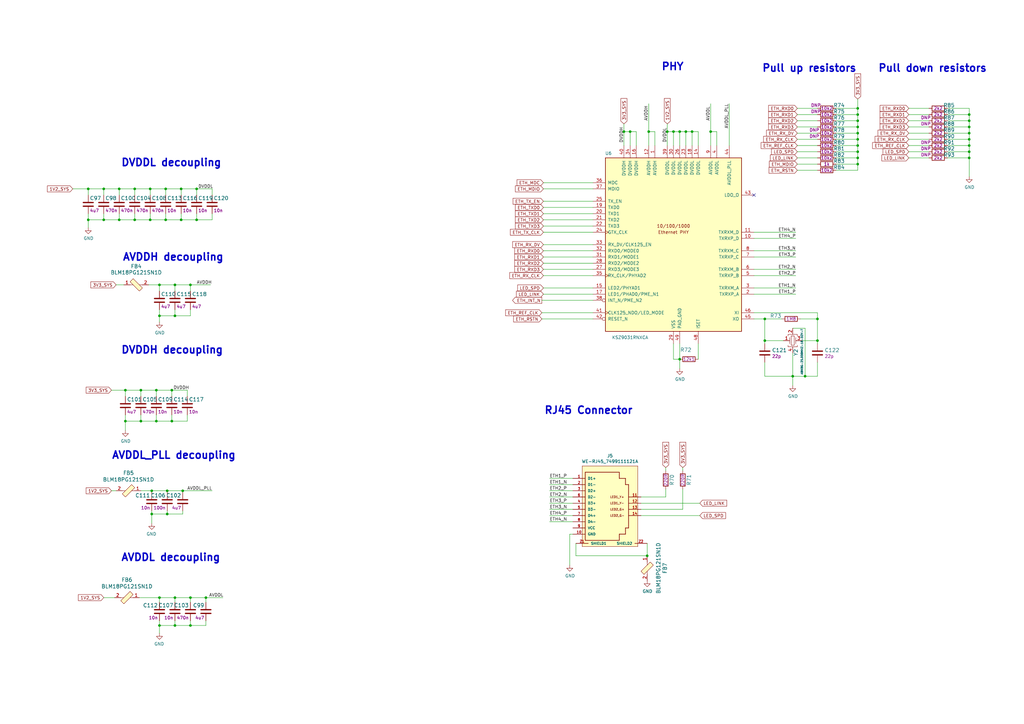
<source format=kicad_sch>
(kicad_sch (version 20230121) (generator eeschema)
  (paper "A3")
  (title_block (title "LPDDR4 Test Board") (date "2022-07-20") (rev "1.1.3"))
  (lib_symbols
    (symbol "lpddr4-test-board:ABM8G-25.000MHZ-18-D2Y-T" (pin_names (offset 1.016))
      (property "Reference" "Y" (at -1.905 3.175 0))
      (property "Value" "ABM8G-25.000MHZ-18-D2Y-T" (at 8.89 -3.81 0))
      (property "MPN" "ABM8G-25.000MHZ-18-D2Y-T" (at 12.065 -6.985 0))
      (property "Manufacturer" "Abracon" (at 7.62 -5.715 0))
      (symbol "ABM8G-25.000MHZ-18-D2Y-T_1_1"
        (pin output line (at -3.81 0 0) (length 2.54) (name "~") (number "1"))
        (pin power_in line (at 0 5.08 270) (length 2.54) (name "~") (number "2"))
        (pin output line (at 3.81 0 180) (length 2.54) (name "~") (number "3"))
        (pin power_in line (at 0 -5.08 90) (length 2.54) (name "~") (number "4"))
      )
    )
    (symbol "lpddr4-test-board:BLM18PG121SN1D" (pin_names (offset 1.016))
      (property "Reference" "FB" (at -3.81 3.81 0))
      (property "Value" "BLM18PG121SN1D" (at 0 -3.81 0))
      (symbol "BLM18PG121SN1D_1_1"
        (pin passive line (at -5.08 0 0) (length 2.54) (name "~") (number "1"))
        (pin passive line (at 5.08 0 180) (length 2.54) (name "~") (number "2"))
      )
    )
    (symbol "lpddr4-test-board:C_100n_0402_16V" (pin_names (offset 0))
      (property "Reference" "C" (at -1.397 3.429 0))
      (property "Val" "100n" (at 0 -2.54 0))
      (symbol "C_100n_0402_16V_1_1"
        (pin passive line (at 0 3.81 270) (length 2.794) (name "~") (number "1"))
        (pin passive line (at 0 -3.81 90) (length 2.794) (name "~") (number "2"))
      )
    )
    (symbol "lpddr4-test-board:C_10n_0402" (pin_names (offset 0))
      (property "Reference" "C" (at -1.397 3.429 0))
      (property "Val" "10n" (at 0 -2.54 0))
      (symbol "C_10n_0402_1_1"
        (pin passive line (at 0 3.81 270) (length 2.794) (name "~") (number "1"))
        (pin passive line (at 0 -3.81 90) (length 2.794) (name "~") (number "2"))
      )
    )
    (symbol "lpddr4-test-board:C_22p_0402" (pin_names (offset 0))
      (property "Reference" "C" (at -1.397 3.429 0))
      (property "Val" "22p" (at 0 -2.54 0))
      (symbol "C_22p_0402_1_1"
        (pin passive line (at 0 3.81 270) (length 2.794) (name "~") (number "1"))
        (pin passive line (at 0 -3.81 90) (length 2.794) (name "~") (number "2"))
      )
    )
    (symbol "lpddr4-test-board:C_470n_0402" (pin_names (offset 0))
      (property "Reference" "C" (at -1.397 3.429 0))
      (property "Val" "470n" (at 0 -2.54 0))
      (symbol "C_470n_0402_1_1"
        (pin passive line (at 0 3.81 270) (length 2.794) (name "~") (number "1"))
        (pin passive line (at 0 -3.81 90) (length 2.794) (name "~") (number "2"))
      )
    )
    (symbol "lpddr4-test-board:C_4u7_0402" (pin_names (offset 0))
      (property "Reference" "C" (at -1.397 3.429 0))
      (property "Val" "4u7" (at 0 -2.54 0))
      (symbol "C_4u7_0402_1_1"
        (pin passive line (at 0 3.81 270) (length 2.794) (name "~") (number "1"))
        (pin passive line (at 0 -3.81 90) (length 2.794) (name "~") (number "2"))
      )
    )
    (symbol "lpddr4-test-board:GND" (power) (pin_names (offset 0))
      (property "Value" "GND" (at 0 -3.81 0))
      (symbol "GND_1_1"
        (pin power_in line (at 0 0 270) (length 0) hide (name "GND") (number "1"))
      )
    )
    (symbol "lpddr4-test-board:KSZ9031RNXCA" (pin_names (offset 1.016))
      (property "Reference" "U" (at 0 1.27 0))
      (property "Value" "KSZ9031RNXCA" (at 0 -73.66 0))
      (symbol "KSZ9031RNXCA_1_1"
        (text "10/100/1000" (at 27.94 -27.94 0) (effects (font (size 1.27 1.27))))
        (text "Ethernet PHY" (at 27.94 -30.48 0) (effects (font (size 1.27 1.27))))
        (pin power_in line (at 20.32 5.08 270) (length 5.08) (name "AVDDH") (number "1"))
        (pin input line (at 60.96 -33.02 180) (length 5.08) (name "TXRXP_D") (number "10"))
        (pin input line (at 60.96 -30.48 180) (length 5.08) (name "TXRXM_D") (number "11"))
        (pin power_in line (at 17.78 5.08 270) (length 5.08) (name "AVDDH") (number "12"))
        (pin no_connect line (at 60.96 -22.86 180) (length 5.08) hide (name "NC") (number "13"))
        (pin power_in line (at 38.1 5.08 270) (length 5.08) (name "DVDDL") (number "14"))
        (pin bidirectional line (at -5.08 -53.34 0) (length 5.08) (name "LED2/PHYAD1") (number "15"))
        (pin power_in line (at 12.7 5.08 270) (length 5.08) (name "DVDDH") (number "16"))
        (pin bidirectional line (at -5.08 -55.88 0) (length 5.08) (name "LED1/PHAD0/PME_N1") (number "17"))
        (pin power_in line (at 35.56 5.08 270) (length 5.08) (name "DVDDL") (number "18"))
        (pin input line (at -5.08 -20.32 0) (length 5.08) (name "TXD0") (number "19"))
        (pin input line (at 60.96 -55.88 180) (length 5.08) (name "TXRXP_A") (number "2"))
        (pin input line (at -5.08 -22.86 0) (length 5.08) (name "TXD1") (number "20"))
        (pin input line (at -5.08 -25.4 0) (length 5.08) (name "TXD2") (number "21"))
        (pin input line (at -5.08 -27.94 0) (length 5.08) (name "TXD3") (number "22"))
        (pin power_in line (at 33.02 5.08 270) (length 5.08) (name "DVDDL") (number "23"))
        (pin input clock (at -5.08 -30.48 0) (length 5.08) (name "GTX_CLK") (number "24"))
        (pin input line (at -5.08 -17.78 0) (length 5.08) (name "TX_EN") (number "25"))
        (pin power_in line (at 30.48 5.08 270) (length 5.08) (name "DVDDL") (number "26"))
        (pin input line (at -5.08 -45.72 0) (length 5.08) (name "RXD3/MODE3") (number "27"))
        (pin input line (at -5.08 -43.18 0) (length 5.08) (name "RXD2/MODE2") (number "28"))
        (pin power_in line (at 27.94 -76.2 90) (length 5.08) (name "VSS") (number "29"))
        (pin input line (at 60.96 -53.34 180) (length 5.08) (name "TXRXM_A") (number "3"))
        (pin power_in line (at 27.94 5.08 270) (length 5.08) (name "DVDDL") (number "30"))
        (pin input line (at -5.08 -40.64 0) (length 5.08) (name "RXD1/MODE1") (number "31"))
        (pin input line (at -5.08 -38.1 0) (length 5.08) (name "RXD0/MODE0") (number "32"))
        (pin input line (at -5.08 -35.56 0) (length 5.08) (name "RX_DV/CLK125_EN") (number "33"))
        (pin power_in line (at 10.16 5.08 270) (length 5.08) (name "DVDDH") (number "34"))
        (pin input clock (at -5.08 -48.26 0) (length 5.08) (name "RX_CLK/PHYAD2") (number "35"))
        (pin input line (at -5.08 -10.16 0) (length 5.08) (name "MDC") (number "36"))
        (pin input line (at -5.08 -12.7 0) (length 5.08) (name "MDIO") (number "37"))
        (pin input inverted (at -5.08 -58.42 0) (length 5.08) (name "INT_N/PME_N2") (number "38"))
        (pin power_in line (at 25.4 5.08 270) (length 5.08) (name "DVDDL") (number "39"))
        (pin power_in line (at 45.72 5.08 270) (length 5.08) (name "AVDDL") (number "4"))
        (pin power_in line (at 7.62 5.08 270) (length 5.08) (name "DVDDH") (number "40"))
        (pin input clock (at -5.08 -63.5 0) (length 5.08) (name "CLK125_NDO/LED_MODE") (number "41"))
        (pin input inverted (at -5.08 -66.04 0) (length 5.08) (name "RESET_N") (number "42"))
        (pin input line (at 60.96 -15.24 180) (length 5.08) (name "LDO_O") (number "43"))
        (pin power_in line (at 50.8 5.08 270) (length 5.08) (name "AVDDL_PLL") (number "44"))
        (pin input line (at 60.96 -66.04 180) (length 5.08) (name "XO") (number "45"))
        (pin input line (at 60.96 -63.5 180) (length 5.08) (name "XI") (number "46"))
        (pin no_connect line (at 60.96 -25.4 180) (length 5.08) hide (name "NC") (number "47"))
        (pin output line (at 38.1 -76.2 90) (length 5.08) (name "ISET") (number "48"))
        (pin power_in line (at 30.48 -76.2 90) (length 5.08) (name "PAD_GND") (number "49"))
        (pin input line (at 60.96 -48.26 180) (length 5.08) (name "TXRXP_B") (number "5"))
        (pin input line (at 60.96 -45.72 180) (length 5.08) (name "TXRXM_B") (number "6"))
        (pin input line (at 60.96 -40.64 180) (length 5.08) (name "TXRXP_C") (number "7"))
        (pin input line (at 60.96 -38.1 180) (length 5.08) (name "TXRXM_C") (number "8"))
        (pin power_in line (at 43.18 5.08 270) (length 5.08) (name "AVDDL") (number "9"))
      )
    )
    (symbol "lpddr4-test-board:R_10k2_0402" (pin_names (offset 0))
      (property "Reference" "R" (at -1.397 3.429 0))
      (property "Val" "10k2" (at 0 -2.54 0))
      (symbol "R_10k2_0402_1_1"
        (pin passive line (at -3.81 0 0) (length 1.27) (name "~") (number "1"))
        (pin passive line (at 3.81 0 180) (length 1.27) (name "~") (number "2"))
      )
    )
    (symbol "lpddr4-test-board:R_12k1_0402" (pin_names (offset 0))
      (property "Reference" "R" (at -1.397 3.429 0))
      (property "Val" "12k1" (at 0 -2.54 0))
      (symbol "R_12k1_0402_1_1"
        (pin passive line (at -3.81 0 0) (length 1.27) (name "~") (number "1"))
        (pin passive line (at 3.81 0 180) (length 1.27) (name "~") (number "2"))
      )
    )
    (symbol "lpddr4-test-board:R_1M8_0402" (pin_names (offset 0))
      (property "Reference" "R" (at -1.397 3.429 0))
      (property "Val" "1M8" (at 0 -2.54 0))
      (symbol "R_1M8_0402_1_1"
        (pin passive line (at -3.81 0 0) (length 1.27) (name "~") (number "1"))
        (pin passive line (at 3.81 0 180) (length 1.27) (name "~") (number "2"))
      )
    )
    (symbol "lpddr4-test-board:R_1k_0402" (pin_names (offset 0))
      (property "Reference" "R" (at -1.397 3.429 0))
      (property "Val" "1k" (at 0 -2.54 0))
      (symbol "R_1k_0402_1_1"
        (pin passive line (at -3.81 0 0) (length 1.27) (name "~") (number "1"))
        (pin passive line (at 3.81 0 180) (length 1.27) (name "~") (number "2"))
      )
    )
    (symbol "lpddr4-test-board:R_220R_0402" (pin_names (offset 0))
      (property "Reference" "R" (at -1.397 3.429 0))
      (property "Val" "220R" (at 0 -2.54 0))
      (symbol "R_220R_0402_1_1"
        (pin passive line (at -3.81 0 0) (length 1.27) (name "~") (number "1"))
        (pin passive line (at 3.81 0 180) (length 1.27) (name "~") (number "2"))
      )
    )
    (symbol "lpddr4-test-board:R_2k2_0402" (pin_names (offset 0))
      (property "Reference" "R" (at -1.397 3.429 0))
      (property "Val" "2k2" (at 0 -2.54 0))
      (symbol "R_2k2_0402_1_1"
        (pin passive line (at -3.81 0 0) (length 1.27) (name "~") (number "1"))
        (pin passive line (at 3.81 0 180) (length 1.27) (name "~") (number "2"))
      )
    )
    (symbol "lpddr4-test-board:WE-RJ45_7499111121A" (pin_names (offset 1.016))
      (property "Reference" "J?" (at 0 17.78 0))
      (property "Value" "WE-RJ45_7499111121A" (at -7.62 -17.78 0))
      (symbol "WE-RJ45_7499111121A_0_0"
        (text "LED1_Y+" (at 2.54 5.08 0) (effects (font (size 0.8636 0.8636)) (justify left)))
        (text "LED1_Y-" (at 2.54 2.54 0) (effects (font (size 0.8636 0.8636)) (justify left)))
        (text "LED2_G+" (at 2.54 0 0) (effects (font (size 0.8636 0.8636)) (justify left)))
        (text "LED2_G-" (at 2.54 -2.54 0) (effects (font (size 0.8636 0.8636)) (justify left)))
        (pin passive line (at -12.7 12.7 0) (length 5.08) (name "D1+") (number "1"))
        (pin passive line (at -12.7 -10.16 0) (length 5.08) (name "GND") (number "10"))
        (pin passive line (at 15.24 5.08 180) (length 5.08) (name "~") (number "11"))
        (pin passive line (at 15.24 2.54 180) (length 5.08) (name "~") (number "12"))
        (pin passive line (at 15.24 0 180) (length 5.08) (name "~") (number "13"))
        (pin passive line (at 15.24 -2.54 180) (length 5.08) (name "~") (number "14"))
        (pin passive line (at -12.7 10.16 0) (length 5.08) (name "D1-") (number "2"))
        (pin passive line (at -12.7 7.62 0) (length 5.08) (name "D2+") (number "3"))
        (pin passive line (at -12.7 2.54 0) (length 5.08) (name "D3+") (number "4"))
        (pin passive line (at -12.7 0 0) (length 5.08) (name "D3-") (number "5"))
        (pin passive line (at -12.7 5.08 0) (length 5.08) (name "D2-") (number "6"))
        (pin passive line (at -12.7 -2.54 0) (length 5.08) (name "D4+") (number "7"))
        (pin passive line (at -12.7 -5.08 0) (length 5.08) (name "D4-") (number "8"))
        (pin passive line (at -12.7 -7.62 0) (length 5.08) (name "VCC") (number "9"))
        (pin passive line (at -11.43 -13.97 0) (length 5.08) (name "SHIELD1") (number "Z1"))
        (pin passive line (at 17.78 -13.97 180) (length 5.08) (name "SHIELD2") (number "Z2"))
      )
    )
  )
  (junction (at 397.51 62.23))
  (junction (at 313.69 139.7))
  (junction (at 397.51 64.77))
  (junction (at 325.12 154.305))
  (junction (at 65.405 116.84))
  (junction (at 278.765 147.32))
  (junction (at 351.79 52.07))
  (junction (at 42.545 90.17))
  (junction (at 278.765 53.975))
  (junction (at 65.405 245.11))
  (junction (at 62.23 201.295))
  (junction (at 281.305 53.975))
  (junction (at 335.28 139.7))
  (junction (at 351.79 67.31))
  (junction (at 74.295 77.47))
  (junction (at 80.645 90.17))
  (junction (at 36.195 90.17))
  (junction (at 42.545 77.47))
  (junction (at 258.445 53.975))
  (junction (at 265.43 227.965))
  (junction (at 283.845 53.975))
  (junction (at 351.79 46.99))
  (junction (at 48.895 90.17))
  (junction (at 266.065 53.975))
  (junction (at 71.755 129.54))
  (junction (at 78.105 245.11))
  (junction (at 62.23 210.82))
  (junction (at 64.135 172.72))
  (junction (at 67.945 77.47))
  (junction (at 70.485 160.02))
  (junction (at 65.405 256.54))
  (junction (at 397.51 52.07))
  (junction (at 61.595 77.47))
  (junction (at 65.405 129.54))
  (junction (at 36.195 77.47))
  (junction (at 57.785 160.02))
  (junction (at 351.79 44.45))
  (junction (at 397.51 49.53))
  (junction (at 276.225 53.975))
  (junction (at 57.785 172.72))
  (junction (at 80.645 77.47))
  (junction (at 84.455 245.11))
  (junction (at 273.685 53.975))
  (junction (at 51.435 172.72))
  (junction (at 68.58 210.82))
  (junction (at 68.58 201.295))
  (junction (at 351.79 62.23))
  (junction (at 397.51 59.69))
  (junction (at 335.28 130.81))
  (junction (at 48.895 77.47))
  (junction (at 55.245 90.17))
  (junction (at 64.135 160.02))
  (junction (at 71.755 256.54))
  (junction (at 55.245 77.47))
  (junction (at 330.2 154.305))
  (junction (at 255.905 53.975))
  (junction (at 61.595 90.17))
  (junction (at 313.69 130.81))
  (junction (at 74.295 90.17))
  (junction (at 397.51 46.99))
  (junction (at 70.485 172.72))
  (junction (at 351.79 59.69))
  (junction (at 351.79 64.77))
  (junction (at 351.79 54.61))
  (junction (at 397.51 54.61))
  (junction (at 397.51 57.15))
  (junction (at 71.755 116.84))
  (junction (at 351.79 49.53))
  (junction (at 71.755 245.11))
  (junction (at 74.93 201.295))
  (junction (at 78.105 256.54))
  (junction (at 78.105 116.84))
  (junction (at 351.79 57.15))
  (junction (at 291.465 53.975))
  (junction (at 51.435 160.02))
  (junction (at 67.945 90.17))
  (no_connect (at 309.245 80.01))
  (wire (pts (xy 258.445 59.69) (xy 258.445 53.975)))
  (wire (pts (xy 372.745 64.77) (xy 381 64.77)))
  (wire (pts (xy 388.62 62.23) (xy 397.51 62.23)))
  (wire (pts (xy 70.485 160.02) (xy 64.135 160.02)))
  (wire (pts (xy 381 57.15) (xy 372.745 57.15)))
  (wire (pts (xy 68.58 201.295) (xy 62.23 201.295)))
  (wire (pts (xy 222.885 92.71) (xy 243.205 92.71)))
  (wire (pts (xy 372.745 46.99) (xy 381 46.99)))
  (wire (pts (xy 388.62 59.69) (xy 397.51 59.69)))
  (wire (pts (xy 276.225 53.975) (xy 273.685 53.975)))
  (wire (pts (xy 276.225 59.69) (xy 276.225 53.975)))
  (wire (pts (xy 327.025 54.61) (xy 335.28 54.61)))
  (wire (pts (xy 78.105 116.84) (xy 78.105 119.38)))
  (wire (pts (xy 278.765 140.97) (xy 278.765 147.32)))
  (wire (pts (xy 62.23 201.93) (xy 62.23 201.295)))
  (wire (pts (xy 57.785 160.02) (xy 51.435 160.02)))
  (wire (pts (xy 62.23 209.55) (xy 62.23 210.82)))
  (wire (pts (xy 351.79 54.61) (xy 351.79 57.15)))
  (wire (pts (xy 291.465 59.69) (xy 291.465 53.975)))
  (wire (pts (xy 51.435 160.02) (xy 51.435 162.56)))
  (wire (pts (xy 222.885 105.41) (xy 243.205 105.41)))
  (wire (pts (xy 260.985 53.975) (xy 258.445 53.975)))
  (wire (pts (xy 351.79 44.45) (xy 351.79 46.99)))
  (wire (pts (xy 335.28 139.7) (xy 335.28 130.81)))
  (wire (pts (xy 286.385 53.975) (xy 283.845 53.975)))
  (wire (pts (xy 351.79 57.15) (xy 351.79 59.69)))
  (wire (pts (xy 222.885 100.33) (xy 243.205 100.33)))
  (wire (pts (xy 243.205 120.65) (xy 222.885 120.65)))
  (wire (pts (xy 57.785 172.72) (xy 51.435 172.72)))
  (wire (pts (xy 326.39 97.79) (xy 309.245 97.79)))
  (wire (pts (xy 265.43 227.965) (xy 236.22 227.965)))
  (wire (pts (xy 76.835 160.02) (xy 70.485 160.02)))
  (wire (pts (xy 243.205 77.47) (xy 222.885 77.47)))
  (wire (pts (xy 273.05 191.77) (xy 273.05 193.04)))
  (wire (pts (xy 222.885 118.11) (xy 243.205 118.11)))
  (wire (pts (xy 313.69 154.305) (xy 325.12 154.305)))
  (wire (pts (xy 50.8 116.84) (xy 47.625 116.84)))
  (wire (pts (xy 29.845 77.47) (xy 36.195 77.47)))
  (wire (pts (xy 351.79 52.07) (xy 351.79 54.61)))
  (wire (pts (xy 342.9 46.99) (xy 351.79 46.99)))
  (wire (pts (xy 57.785 170.18) (xy 57.785 172.72)))
  (wire (pts (xy 64.135 160.02) (xy 57.785 160.02)))
  (wire (pts (xy 74.93 201.295) (xy 68.58 201.295)))
  (wire (pts (xy 84.455 245.11) (xy 78.105 245.11)))
  (wire (pts (xy 55.245 77.47) (xy 55.245 80.01)))
  (wire (pts (xy 397.51 62.23) (xy 397.51 64.77)))
  (wire (pts (xy 327.025 52.07) (xy 335.28 52.07)))
  (wire (pts (xy 55.245 90.17) (xy 48.895 90.17)))
  (wire (pts (xy 61.595 77.47) (xy 61.595 80.01)))
  (wire (pts (xy 71.755 116.84) (xy 71.755 119.38)))
  (wire (pts (xy 74.295 87.63) (xy 74.295 90.17)))
  (wire (pts (xy 335.28 140.97) (xy 335.28 139.7)))
  (wire (pts (xy 335.28 67.31) (xy 327.025 67.31)))
  (wire (pts (xy 233.68 219.075) (xy 233.68 231.775)))
  (wire (pts (xy 70.485 170.18) (xy 70.485 172.72)))
  (wire (pts (xy 320.675 130.81) (xy 313.69 130.81)))
  (wire (pts (xy 335.28 57.15) (xy 327.025 57.15)))
  (wire (pts (xy 71.755 254.635) (xy 71.755 256.54)))
  (wire (pts (xy 388.62 57.15) (xy 397.51 57.15)))
  (wire (pts (xy 65.405 247.015) (xy 65.405 245.11)))
  (wire (pts (xy 335.28 44.45) (xy 327.025 44.45)))
  (wire (pts (xy 64.135 170.18) (xy 64.135 172.72)))
  (wire (pts (xy 258.445 53.975) (xy 255.905 53.975)))
  (wire (pts (xy 51.435 172.72) (xy 51.435 176.53)))
  (wire (pts (xy 325.12 144.78) (xy 325.12 154.305)))
  (wire (pts (xy 76.835 160.02) (xy 76.835 162.56)))
  (wire (pts (xy 67.945 90.17) (xy 61.595 90.17)))
  (wire (pts (xy 327.025 69.85) (xy 335.28 69.85)))
  (wire (pts (xy 76.835 170.18) (xy 76.835 172.72)))
  (wire (pts (xy 381 49.53) (xy 372.745 49.53)))
  (wire (pts (xy 326.39 110.49) (xy 309.245 110.49)))
  (wire (pts (xy 280.035 191.77) (xy 280.035 193.04)))
  (wire (pts (xy 71.755 116.84) (xy 65.405 116.84)))
  (wire (pts (xy 327.025 64.77) (xy 335.28 64.77)))
  (wire (pts (xy 234.95 213.995) (xy 225.425 213.995)))
  (wire (pts (xy 335.28 130.81) (xy 335.28 128.27)))
  (wire (pts (xy 234.95 201.295) (xy 225.425 201.295)))
  (wire (pts (xy 84.455 256.54) (xy 78.105 256.54)))
  (wire (pts (xy 388.62 49.53) (xy 397.51 49.53)))
  (wire (pts (xy 234.95 198.755) (xy 225.425 198.755)))
  (wire (pts (xy 326.39 113.03) (xy 309.245 113.03)))
  (wire (pts (xy 80.645 77.47) (xy 80.645 80.01)))
  (wire (pts (xy 342.9 59.69) (xy 351.79 59.69)))
  (wire (pts (xy 335.28 49.53) (xy 327.025 49.53)))
  (wire (pts (xy 234.95 211.455) (xy 225.425 211.455)))
  (wire (pts (xy 299.085 42.545) (xy 299.085 59.69)))
  (wire (pts (xy 62.23 210.82) (xy 62.23 214.63)))
  (wire (pts (xy 65.405 129.54) (xy 65.405 132.08)))
  (wire (pts (xy 342.9 64.77) (xy 351.79 64.77)))
  (wire (pts (xy 351.79 62.23) (xy 351.79 64.77)))
  (wire (pts (xy 47.625 201.295) (xy 45.72 201.295)))
  (wire (pts (xy 325.12 154.305) (xy 330.2 154.305)))
  (wire (pts (xy 71.755 256.54) (xy 65.405 256.54)))
  (wire (pts (xy 255.905 53.975) (xy 255.905 59.69)))
  (wire (pts (xy 342.9 54.61) (xy 351.79 54.61)))
  (wire (pts (xy 55.245 77.47) (xy 61.595 77.47)))
  (wire (pts (xy 335.28 62.23) (xy 327.025 62.23)))
  (wire (pts (xy 397.51 64.77) (xy 397.51 72.39)))
  (wire (pts (xy 342.9 44.45) (xy 351.79 44.45)))
  (wire (pts (xy 74.295 77.47) (xy 80.645 77.47)))
  (wire (pts (xy 74.93 210.82) (xy 68.58 210.82)))
  (wire (pts (xy 326.39 105.41) (xy 309.245 105.41)))
  (wire (pts (xy 243.205 113.03) (xy 222.885 113.03)))
  (wire (pts (xy 48.895 77.47) (xy 42.545 77.47)))
  (wire (pts (xy 372.745 59.69) (xy 381 59.69)))
  (wire (pts (xy 326.39 95.25) (xy 309.245 95.25)))
  (wire (pts (xy 67.945 77.47) (xy 67.945 80.01)))
  (wire (pts (xy 61.595 77.47) (xy 67.945 77.47)))
  (wire (pts (xy 243.205 102.87) (xy 222.885 102.87)))
  (wire (pts (xy 276.225 140.97) (xy 276.225 147.32)))
  (wire (pts (xy 65.405 116.84) (xy 60.96 116.84)))
  (wire (pts (xy 255.905 50.8) (xy 255.905 53.975)))
  (wire (pts (xy 78.105 127) (xy 78.105 129.54)))
  (wire (pts (xy 262.89 211.455) (xy 287.02 211.455)))
  (wire (pts (xy 326.39 120.65) (xy 309.245 120.65)))
  (wire (pts (xy 278.765 53.975) (xy 276.225 53.975)))
  (wire (pts (xy 372.745 52.07) (xy 381 52.07)))
  (wire (pts (xy 262.89 206.375) (xy 287.02 206.375)))
  (wire (pts (xy 351.79 64.77) (xy 351.79 67.31)))
  (wire (pts (xy 388.62 46.99) (xy 397.51 46.99)))
  (wire (pts (xy 71.755 245.11) (xy 65.405 245.11)))
  (wire (pts (xy 42.545 87.63) (xy 42.545 90.17)))
  (wire (pts (xy 351.79 59.69) (xy 351.79 62.23)))
  (wire (pts (xy 45.72 160.02) (xy 51.435 160.02)))
  (wire (pts (xy 65.405 116.84) (xy 65.405 119.38)))
  (wire (pts (xy 74.93 209.55) (xy 74.93 210.82)))
  (wire (pts (xy 342.9 49.53) (xy 351.79 49.53)))
  (wire (pts (xy 286.385 140.97) (xy 286.385 147.32)))
  (wire (pts (xy 266.065 59.69) (xy 266.065 53.975)))
  (wire (pts (xy 222.25 128.27) (xy 243.205 128.27)))
  (wire (pts (xy 243.205 95.25) (xy 222.885 95.25)))
  (wire (pts (xy 335.28 128.27) (xy 309.245 128.27)))
  (wire (pts (xy 268.605 59.69) (xy 268.605 53.975)))
  (wire (pts (xy 61.595 87.63) (xy 61.595 90.17)))
  (wire (pts (xy 36.195 77.47) (xy 36.195 80.01)))
  (wire (pts (xy 326.39 102.87) (xy 309.245 102.87)))
  (wire (pts (xy 84.455 247.015) (xy 84.455 245.11)))
  (wire (pts (xy 68.58 201.93) (xy 68.58 201.295)))
  (wire (pts (xy 234.95 206.375) (xy 225.425 206.375)))
  (wire (pts (xy 313.69 130.81) (xy 313.69 139.7)))
  (wire (pts (xy 283.845 59.69) (xy 283.845 53.975)))
  (wire (pts (xy 262.89 208.915) (xy 280.035 208.915)))
  (wire (pts (xy 78.105 254.635) (xy 78.105 256.54)))
  (wire (pts (xy 325.12 134.62) (xy 330.2 134.62)))
  (wire (pts (xy 84.455 256.54) (xy 84.455 254.635)))
  (wire (pts (xy 266.065 53.975) (xy 266.065 42.545)))
  (wire (pts (xy 71.755 129.54) (xy 78.105 129.54)))
  (wire (pts (xy 388.62 54.61) (xy 397.51 54.61)))
  (wire (pts (xy 328.295 130.81) (xy 335.28 130.81)))
  (wire (pts (xy 80.645 90.17) (xy 74.295 90.17)))
  (wire (pts (xy 222.885 74.93) (xy 243.205 74.93)))
  (wire (pts (xy 381 44.45) (xy 372.745 44.45)))
  (wire (pts (xy 68.58 209.55) (xy 68.58 210.82)))
  (wire (pts (xy 286.385 59.69) (xy 286.385 53.975)))
  (wire (pts (xy 78.105 116.84) (xy 86.36 116.84)))
  (wire (pts (xy 57.785 160.02) (xy 57.785 162.56)))
  (wire (pts (xy 67.945 77.47) (xy 74.295 77.47)))
  (wire (pts (xy 397.51 46.99) (xy 397.51 49.53)))
  (wire (pts (xy 243.205 90.17) (xy 222.885 90.17)))
  (wire (pts (xy 48.895 77.47) (xy 48.895 80.01)))
  (wire (pts (xy 351.79 49.53) (xy 351.79 52.07)))
  (wire (pts (xy 78.105 256.54) (xy 71.755 256.54)))
  (wire (pts (xy 86.995 201.295) (xy 74.93 201.295)))
  (wire (pts (xy 273.685 53.975) (xy 273.685 59.69)))
  (wire (pts (xy 78.105 116.84) (xy 71.755 116.84)))
  (wire (pts (xy 278.765 147.32) (xy 278.765 151.13)))
  (wire (pts (xy 61.595 90.17) (xy 55.245 90.17)))
  (wire (pts (xy 64.135 172.72) (xy 57.785 172.72)))
  (wire (pts (xy 397.51 52.07) (xy 397.51 54.61)))
  (wire (pts (xy 325.12 154.305) (xy 325.12 158.115)))
  (wire (pts (xy 335.28 154.305) (xy 335.28 148.59)))
  (wire (pts (xy 55.245 87.63) (xy 55.245 90.17)))
  (wire (pts (xy 262.89 203.835) (xy 273.05 203.835)))
  (wire (pts (xy 281.305 59.69) (xy 281.305 53.975)))
  (wire (pts (xy 65.405 127) (xy 65.405 129.54)))
  (wire (pts (xy 42.545 77.47) (xy 36.195 77.47)))
  (wire (pts (xy 351.79 46.99) (xy 351.79 49.53)))
  (wire (pts (xy 71.755 245.11) (xy 71.755 247.015)))
  (wire (pts (xy 70.485 160.02) (xy 70.485 162.56)))
  (wire (pts (xy 86.995 90.17) (xy 80.645 90.17)))
  (wire (pts (xy 70.485 172.72) (xy 64.135 172.72)))
  (wire (pts (xy 309.245 130.81) (xy 313.69 130.81)))
  (wire (pts (xy 291.465 53.975) (xy 291.465 42.545)))
  (wire (pts (xy 71.755 127) (xy 71.755 129.54)))
  (wire (pts (xy 278.765 59.69) (xy 278.765 53.975)))
  (wire (pts (xy 294.005 59.69) (xy 294.005 53.975)))
  (wire (pts (xy 80.645 87.63) (xy 80.645 90.17)))
  (wire (pts (xy 65.405 256.54) (xy 65.405 259.715)))
  (wire (pts (xy 55.245 77.47) (xy 48.895 77.47)))
  (wire (pts (xy 327.025 59.69) (xy 335.28 59.69)))
  (wire (pts (xy 78.105 245.11) (xy 71.755 245.11)))
  (wire (pts (xy 342.9 69.85) (xy 351.79 69.85)))
  (wire (pts (xy 67.945 87.63) (xy 67.945 90.17)))
  (wire (pts (xy 234.95 203.835) (xy 225.425 203.835)))
  (wire (pts (xy 222.25 130.81) (xy 243.205 130.81)))
  (wire (pts (xy 388.62 44.45) (xy 397.51 44.45)))
  (wire (pts (xy 397.51 44.45) (xy 397.51 46.99)))
  (wire (pts (xy 265.43 222.885) (xy 265.43 227.965)))
  (wire (pts (xy 86.995 77.47) (xy 80.645 77.47)))
  (wire (pts (xy 397.51 57.15) (xy 397.51 59.69)))
  (wire (pts (xy 86.995 77.47) (xy 86.995 80.01)))
  (wire (pts (xy 313.69 139.7) (xy 313.69 140.97)))
  (wire (pts (xy 397.51 59.69) (xy 397.51 62.23)))
  (wire (pts (xy 326.39 118.11) (xy 309.245 118.11)))
  (wire (pts (xy 342.9 57.15) (xy 351.79 57.15)))
  (wire (pts (xy 388.62 52.07) (xy 397.51 52.07)))
  (wire (pts (xy 65.405 245.11) (xy 57.15 245.11)))
  (wire (pts (xy 36.195 87.63) (xy 36.195 90.17)))
  (wire (pts (xy 65.405 129.54) (xy 71.755 129.54)))
  (wire (pts (xy 351.79 67.31) (xy 351.79 69.85)))
  (wire (pts (xy 62.23 201.295) (xy 57.785 201.295)))
  (wire (pts (xy 84.455 245.11) (xy 91.44 245.11)))
  (wire (pts (xy 222.885 87.63) (xy 243.205 87.63)))
  (wire (pts (xy 381 62.23) (xy 372.745 62.23)))
  (wire (pts (xy 330.2 134.62) (xy 330.2 154.305)))
  (wire (pts (xy 276.225 147.32) (xy 278.765 147.32)))
  (wire (pts (xy 234.95 208.915) (xy 225.425 208.915)))
  (wire (pts (xy 42.545 90.17) (xy 36.195 90.17)))
  (wire (pts (xy 342.9 62.23) (xy 351.79 62.23)))
  (wire (pts (xy 313.69 148.59) (xy 313.69 154.305)))
  (wire (pts (xy 222.885 110.49) (xy 243.205 110.49)))
  (wire (pts (xy 68.58 210.82) (xy 62.23 210.82)))
  (wire (pts (xy 328.93 139.7) (xy 335.28 139.7)))
  (wire (pts (xy 36.195 90.17) (xy 36.195 93.345)))
  (wire (pts (xy 351.79 40.64) (xy 351.79 44.45)))
  (wire (pts (xy 222.885 82.55) (xy 243.205 82.55)))
  (wire (pts (xy 78.105 247.015) (xy 78.105 245.11)))
  (wire (pts (xy 273.685 50.8) (xy 273.685 53.975)))
  (wire (pts (xy 243.205 123.19) (xy 222.25 123.19)))
  (wire (pts (xy 273.05 203.835) (xy 273.05 200.66)))
  (wire (pts (xy 48.895 90.17) (xy 42.545 90.17)))
  (wire (pts (xy 342.9 67.31) (xy 351.79 67.31)))
  (wire (pts (xy 46.99 245.11) (xy 42.545 245.11)))
  (wire (pts (xy 86.995 87.63) (xy 86.995 90.17)))
  (wire (pts (xy 397.51 54.61) (xy 397.51 57.15)))
  (wire (pts (xy 234.95 196.215) (xy 225.425 196.215)))
  (wire (pts (xy 51.435 170.18) (xy 51.435 172.72)))
  (wire (pts (xy 397.51 49.53) (xy 397.51 52.07)))
  (wire (pts (xy 234.95 219.075) (xy 233.68 219.075)))
  (wire (pts (xy 65.405 256.54) (xy 65.405 254.635)))
  (wire (pts (xy 330.2 154.305) (xy 335.28 154.305)))
  (wire (pts (xy 74.295 77.47) (xy 74.295 80.01)))
  (wire (pts (xy 372.745 54.61) (xy 381 54.61)))
  (wire (pts (xy 74.93 201.93) (xy 74.93 201.295)))
  (wire (pts (xy 64.135 160.02) (xy 64.135 162.56)))
  (wire (pts (xy 260.985 59.69) (xy 260.985 53.975)))
  (wire (pts (xy 266.065 53.975) (xy 268.605 53.975)))
  (wire (pts (xy 243.205 85.09) (xy 222.885 85.09)))
  (wire (pts (xy 294.005 53.975) (xy 291.465 53.975)))
  (wire (pts (xy 236.22 227.965) (xy 236.22 222.885)))
  (wire (pts (xy 342.9 52.07) (xy 351.79 52.07)))
  (wire (pts (xy 283.845 53.975) (xy 281.305 53.975)))
  (wire (pts (xy 243.205 107.95) (xy 222.885 107.95)))
  (wire (pts (xy 70.485 172.72) (xy 76.835 172.72)))
  (wire (pts (xy 313.69 139.7) (xy 321.31 139.7)))
  (wire (pts (xy 48.895 87.63) (xy 48.895 90.17)))
  (wire (pts (xy 281.305 53.975) (xy 278.765 53.975)))
  (wire (pts (xy 42.545 77.47) (xy 42.545 80.01)))
  (wire (pts (xy 388.62 64.77) (xy 397.51 64.77)))
  (wire (pts (xy 280.035 208.915) (xy 280.035 200.66)))
  (wire (pts (xy 74.295 90.17) (xy 67.945 90.17)))
  (wire (pts (xy 327.025 46.99) (xy 335.28 46.99)))
  (text "AVDDH decoupling" (at 50.165 107.315 0) (effects (font (size 2.9972 2.9972) (thickness 0.5994) bold) (justify left bottom)))
  (text "DVDDH decoupling" (at 49.53 145.415 0) (effects (font (size 2.9972 2.9972) (thickness 0.5994) bold) (justify left bottom)))
  (text "DVDDL decoupling" (at 49.53 68.58 0) (effects (font (size 2.9972 2.9972) (thickness 0.5994) bold) (justify left bottom)))
  (text "AVDDL_PLL decoupling" (at 45.72 188.595 0) (effects (font (size 2.9972 2.9972) (thickness 0.5994) bold) (justify left bottom)))
  (text "PHY" (at 271.145 29.21 0) (effects (font (size 2.9972 2.9972) (thickness 0.5994) bold) (justify left bottom)))
  (text "Pull down resistors" (at 360.045 29.845 0) (effects (font (size 2.9972 2.9972) (thickness 0.5994) bold) (justify left bottom)))
  (text "AVDDL decoupling" (at 49.53 230.505 0) (effects (font (size 2.9972 2.9972) (thickness 0.5994) bold) (justify left bottom)))
  (text "Pull up resistors" (at 312.42 29.845 0) (effects (font (size 2.9972 2.9972) (thickness 0.5994) bold) (justify left bottom)))
  (text "RJ45 Connector" (at 259.715 170.18 0) (effects (font (size 2.9972 2.9972) (thickness 0.5994) bold) (justify right bottom)))
  (label "ETH3_N" (at 225.425 208.915 0))
  (label "AVDDL_PLL" (at 299.085 52.705 90))
  (label "ETH2_P" (at 225.425 201.295 0))
  (label "AVDDL" (at 291.465 49.53 90))
  (label "ETH2_N" (at 326.39 110.49 180))
  (label "AVDDH" (at 80.645 116.84 0))
  (label "ETH2_N" (at 225.425 203.835 0))
  (label "ETH4_P" (at 326.39 97.79 180))
  (label "AVDDH" (at 266.065 49.53 90))
  (label "DVDDH" (at 255.905 52.07 270))
  (label "AVDDL" (at 85.725 245.11 0))
  (label "ETH1_N" (at 225.425 198.755 0))
  (label "ETH4_N" (at 225.425 213.995 0))
  (label "ETH3_P" (at 326.39 105.41 180))
  (label "DVDDL" (at 273.685 58.42 90))
  (label "DVDDL" (at 81.28 77.47 0))
  (label "ETH1_P" (at 326.39 120.65 180))
  (label "ETH2_P" (at 326.39 113.03 180))
  (label "ETH3_P" (at 225.425 206.375 0))
  (label "ETH1_P" (at 225.425 196.215 0))
  (label "DVDDH" (at 71.12 160.02 0))
  (label "AVDDL_PLL" (at 86.995 201.295 180))
  (label "ETH3_N" (at 326.39 102.87 180))
  (label "ETH4_P" (at 225.425 211.455 0))
  (label "ETH1_N" (at 326.39 118.11 180))
  (label "ETH4_N" (at 326.39 95.25 180))
  (global_label "ETH_RXD1" (shape input) (at 222.885 105.41 180) (property "Intersheetrefs" "${INTERSHEET_REFS}" (effects hide)))
  (global_label "3V3_SYS" (shape input) (at 255.905 50.8 90) (property "Intersheetrefs" "${INTERSHEET_REFS}" (effects hide)))
  (global_label "ETH_TXD2" (shape input) (at 222.885 90.17 180) (property "Intersheetrefs" "${INTERSHEET_REFS}" (effects hide)))
  (global_label "ETH_RX_DV" (shape input) (at 327.025 54.61 180) (property "Intersheetrefs" "${INTERSHEET_REFS}" (effects hide)))
  (global_label "1V2_SYS" (shape input) (at 273.685 50.8 90) (property "Intersheetrefs" "${INTERSHEET_REFS}" (effects hide)))
  (global_label "LED_LINK" (shape input) (at 287.02 206.375 0) (property "Intersheetrefs" "${INTERSHEET_REFS}" (effects hide)))
  (global_label "ETH_MDIO" (shape input) (at 327.025 67.31 180) (property "Intersheetrefs" "${INTERSHEET_REFS}" (effects hide)))
  (global_label "3V3_SYS" (shape input) (at 45.72 160.02 180) (property "Intersheetrefs" "${INTERSHEET_REFS}" (effects hide)))
  (global_label "LED_LINK" (shape input) (at 327.025 64.77 180) (property "Intersheetrefs" "${INTERSHEET_REFS}" (effects hide)))
  (global_label "ETH_RXD2" (shape input) (at 327.025 49.53 180) (property "Intersheetrefs" "${INTERSHEET_REFS}" (effects hide)))
  (global_label "ETH_RXD0" (shape input) (at 327.025 44.45 180) (property "Intersheetrefs" "${INTERSHEET_REFS}" (effects hide)))
  (global_label "ETH_RX_CLK" (shape input) (at 222.885 113.03 180) (property "Intersheetrefs" "${INTERSHEET_REFS}" (effects hide)))
  (global_label "ETH_MDIO" (shape input) (at 222.885 77.47 180) (property "Intersheetrefs" "${INTERSHEET_REFS}" (effects hide)))
  (global_label "ETH_TX_CLK" (shape input) (at 222.885 95.25 180) (property "Intersheetrefs" "${INTERSHEET_REFS}" (effects hide)))
  (global_label "ETH_TXD3" (shape input) (at 222.885 92.71 180) (property "Intersheetrefs" "${INTERSHEET_REFS}" (effects hide)))
  (global_label "1V2_SYS" (shape input) (at 29.845 77.47 180) (property "Intersheetrefs" "${INTERSHEET_REFS}" (effects hide)))
  (global_label "1V2_SYS" (shape input) (at 42.545 245.11 180) (property "Intersheetrefs" "${INTERSHEET_REFS}" (effects hide)))
  (global_label "LED_SPD" (shape input) (at 372.745 62.23 180) (property "Intersheetrefs" "${INTERSHEET_REFS}" (effects hide)))
  (global_label "ETH_RXD2" (shape input) (at 222.885 107.95 180) (property "Intersheetrefs" "${INTERSHEET_REFS}" (effects hide)))
  (global_label "LED_SPD" (shape input) (at 287.02 211.455 0) (property "Intersheetrefs" "${INTERSHEET_REFS}" (effects hide)))
  (global_label "1V2_SYS" (shape input) (at 45.72 201.295 180) (property "Intersheetrefs" "${INTERSHEET_REFS}" (effects hide)))
  (global_label "ETH_RX_CLK" (shape input) (at 372.745 57.15 180) (property "Intersheetrefs" "${INTERSHEET_REFS}" (effects hide)))
  (global_label "ETH_TXD0" (shape input) (at 222.885 85.09 180) (property "Intersheetrefs" "${INTERSHEET_REFS}" (effects hide)))
  (global_label "ETH_RSTN" (shape input) (at 222.25 130.81 180) (property "Intersheetrefs" "${INTERSHEET_REFS}" (effects hide)))
  (global_label "ETH_REF_CLK" (shape input) (at 372.745 59.69 180) (property "Intersheetrefs" "${INTERSHEET_REFS}" (effects hide)))
  (global_label "ETH_RXD3" (shape input) (at 222.885 110.49 180) (property "Intersheetrefs" "${INTERSHEET_REFS}" (effects hide)))
  (global_label "3V3_SYS" (shape input) (at 47.625 116.84 180) (property "Intersheetrefs" "${INTERSHEET_REFS}" (effects hide)))
  (global_label "ETH_RXD0" (shape input) (at 222.885 102.87 180) (property "Intersheetrefs" "${INTERSHEET_REFS}" (effects hide)))
  (global_label "ETH_RXD3" (shape input) (at 372.745 52.07 180) (property "Intersheetrefs" "${INTERSHEET_REFS}" (effects hide)))
  (global_label "ETH_TX_EN" (shape input) (at 222.885 82.55 180) (property "Intersheetrefs" "${INTERSHEET_REFS}" (effects hide)))
  (global_label "ETH_RXD0" (shape input) (at 372.745 44.45 180) (property "Intersheetrefs" "${INTERSHEET_REFS}" (effects hide)))
  (global_label "ETH_MDC" (shape input) (at 222.885 74.93 180) (property "Intersheetrefs" "${INTERSHEET_REFS}" (effects hide)))
  (global_label "3V3_SYS" (shape input) (at 273.05 191.77 90) (property "Intersheetrefs" "${INTERSHEET_REFS}" (effects hide)))
  (global_label "3V3_SYS" (shape input) (at 351.79 40.64 90) (property "Intersheetrefs" "${INTERSHEET_REFS}" (effects hide)))
  (global_label "ETH_RXD3" (shape input) (at 327.025 52.07 180) (property "Intersheetrefs" "${INTERSHEET_REFS}" (effects hide)))
  (global_label "LED_SPD" (shape input) (at 327.025 62.23 180) (property "Intersheetrefs" "${INTERSHEET_REFS}" (effects hide)))
  (global_label "3V3_SYS" (shape input) (at 280.035 191.77 90) (property "Intersheetrefs" "${INTERSHEET_REFS}" (effects hide)))
  (global_label "ETH_TXD1" (shape input) (at 222.885 87.63 180) (property "Intersheetrefs" "${INTERSHEET_REFS}" (effects hide)))
  (global_label "ETH_RX_DV" (shape input) (at 222.885 100.33 180) (property "Intersheetrefs" "${INTERSHEET_REFS}" (effects hide)))
  (global_label "ETH_REF_CLK" (shape input) (at 222.25 128.27 180) (property "Intersheetrefs" "${INTERSHEET_REFS}" (effects hide)))
  (global_label "LED_LINK" (shape input) (at 222.885 120.65 180) (property "Intersheetrefs" "${INTERSHEET_REFS}" (effects hide)))
  (global_label "ETH_RXD1" (shape input) (at 372.745 46.99 180) (property "Intersheetrefs" "${INTERSHEET_REFS}" (effects hide)))
  (global_label "ETH_RXD1" (shape input) (at 327.025 46.99 180) (property "Intersheetrefs" "${INTERSHEET_REFS}" (effects hide)))
  (global_label "ETH_RSTN" (shape input) (at 327.025 69.85 180) (property "Intersheetrefs" "${INTERSHEET_REFS}" (effects hide)))
  (global_label "LED_LINK" (shape input) (at 372.745 64.77 180) (property "Intersheetrefs" "${INTERSHEET_REFS}" (effects hide)))
  (global_label "ETH_INT_N" (shape output) (at 222.25 123.19 180) (property "Intersheetrefs" "${INTERSHEET_REFS}" (effects hide)))
  (global_label "ETH_REF_CLK" (shape input) (at 327.025 59.69 180) (property "Intersheetrefs" "${INTERSHEET_REFS}" (effects hide)))
  (global_label "ETH_RX_CLK" (shape input) (at 327.025 57.15 180) (property "Intersheetrefs" "${INTERSHEET_REFS}" (effects hide)))
  (global_label "ETH_RX_DV" (shape input) (at 372.745 54.61 180) (property "Intersheetrefs" "${INTERSHEET_REFS}" (effects hide)))
  (global_label "ETH_RXD2" (shape input) (at 372.745 49.53 180) (property "Intersheetrefs" "${INTERSHEET_REFS}" (effects hide)))
  (global_label "LED_SPD" (shape input) (at 222.885 118.11 180) (property "Intersheetrefs" "${INTERSHEET_REFS}" (effects hide)))
  (symbol (lib_id "lpddr4-test-board:C_22p_0402") (at 313.69 144.78 0) (unit 1)
    (property "Reference" "C121" (at 316.611 143.637 0) (effects (font (size 1.524 1.524)) (justify left)))
    (property "Value" "C_22p_0402" (effects hide))
    (property "Footprint" "lpddr4-test-board-footprints:0402-cap" (effects hide))
    (property "Manufacturer" "YAGEO" (effects hide))
    (property "MPN" "CC0402JRNPO9BN220" (effects hide))
    (property "Val" "22p" (at 316.611 146.1262 0) (effects (justify left)))
  )
  (symbol (lib_id "lpddr4-test-board:C_22p_0402") (at 335.28 144.78 0) (unit 1)
    (property "Reference" "C122" (at 338.201 143.637 0) (effects (font (size 1.524 1.524)) (justify left)))
    (property "Value" "C_22p_0402" (effects hide))
    (property "Footprint" "lpddr4-test-board-footprints:0402-cap" (effects hide))
    (property "Manufacturer" "YAGEO" (effects hide))
    (property "MPN" "CC0402JRNPO9BN220" (effects hide))
    (property "Val" "22p" (at 338.201 146.1262 0) (effects (justify left)))
  )
  (symbol (lib_id "lpddr4-test-board:ABM8G-25.000MHZ-18-D2Y-T") (at 325.12 139.7 0) (unit 1)
    (property "Reference" "Y2" (at 326.39 146.05 90) (effects (font (size 1.4986 1.4986)) (justify left)))
    (property "Value" "ABM8G-25.000MHZ-18-D2Y-T" (at 328.93 153.67 90) (effects (font (size 0.7874 0.7874)) (justify left)))
    (property "Footprint" "lpddr4-test-board-footprints:KX-7" (effects hide))
    (property "MPN" "ABM8G-25.000MHZ-18-D2Y-T" (effects hide))
    (property "Manufacturer" "Abracon" (effects hide))
  )
  (symbol (lib_id "lpddr4-test-board:R_1M8_0402") (at 324.485 130.81 0) (unit 1)
    (property "Reference" "R73" (at 318.135 129.54 0) (effects (font (size 1.524 1.524))))
    (property "Value" "R_1M8_0402" (effects hide))
    (property "Footprint" "lpddr4-test-board-footprints:0402-res" (effects hide))
    (property "Manufacturer" "MULTICOMP" (effects hide))
    (property "MPN" "MCMR04X185_JTL" (effects hide))
    (property "Val" "1M8" (at 324.485 130.81 0))
  )
  (symbol (lib_id "lpddr4-test-board:KSZ9031RNXCA") (at 248.285 64.77 0) (unit 1)
    (property "Reference" "U6" (at 249.555 62.865 0))
    (property "Value" "KSZ9031RNXCA" (at 258.445 138.43 0))
    (property "Footprint" "lpddr4-test-board-footprints:QFN-48-Microchip-QFN77-48LD-PL-2" (effects hide))
    (property "Datasheet" "http://ww1.microchip.com/downloads/en/DeviceDoc/00002117F.pdf" (effects hide))
    (property "Manufacturer" "Microchip" (effects hide))
    (property "MPN" "KSZ9031RNXCA" (effects hide))
  )
  (symbol (lib_id "lpddr4-test-board:R_12k1_0402") (at 282.575 147.32 0) (unit 1)
    (property "Reference" "R72" (at 281.305 143.51 0) (effects (font (size 1.524 1.524))))
    (property "Value" "R_12k1_0402" (effects hide))
    (property "Footprint" "lpddr4-test-board-footprints:0402-res" (effects hide))
    (property "Manufacturer" "MULTICOMP" (effects hide))
    (property "MPN" "MCWR04X1212FTL" (effects hide))
    (property "Val" "12k1" (at 282.575 147.32 0))
  )
  (symbol (lib_id "lpddr4-test-board:GND") (at 278.765 151.13 0) (unit 1)
    (property "Reference" "#PWR0141" (effects hide))
    (property "Value" "GND" (at 278.892 155.5242 0))
    (property "Footprint" "lpddr4-test-board-footprints:" (effects hide))
  )
  (symbol (lib_id "lpddr4-test-board:GND") (at 325.12 158.115 0) (unit 1)
    (property "Reference" "#PWR0142" (effects hide))
    (property "Value" "GND" (at 325.247 162.5092 0))
    (property "Footprint" "lpddr4-test-board-footprints:" (effects hide))
  )
  (symbol (lib_id "lpddr4-test-board:R_10k2_0402") (at 339.09 44.45 0) (unit 1)
    (property "Reference" "R74" (at 344.17 43.18 0) (effects (font (size 1.524 1.524))))
    (property "Value" "R_10k2_0402" (effects hide))
    (property "Footprint" "lpddr4-test-board-footprints:0402-res" (effects hide))
    (property "Manufacturer" "MULTICOMP PRO" (effects hide))
    (property "MPN" "MCWR04X1022FTL" (effects hide))
    (property "Val" "10k2" (at 339.09 44.45 0))
    (property "DNP" "DNP" (at 334.645 43.18 0))
  )
  (symbol (lib_id "lpddr4-test-board:R_10k2_0402") (at 339.09 46.99 0) (unit 1)
    (property "Reference" "R75" (at 344.17 45.72 0) (effects (font (size 1.524 1.524))))
    (property "Value" "R_10k2_0402" (effects hide))
    (property "Footprint" "lpddr4-test-board-footprints:0402-res" (effects hide))
    (property "Manufacturer" "MULTICOMP PRO" (effects hide))
    (property "MPN" "MCWR04X1022FTL" (effects hide))
    (property "Val" "10k2" (at 339.09 46.99 0))
    (property "DNP" "DNP" (at 334.645 45.72 0))
  )
  (symbol (lib_id "lpddr4-test-board:R_10k2_0402") (at 339.09 49.53 0) (unit 1)
    (property "Reference" "R76" (at 344.17 48.26 0) (effects (font (size 1.524 1.524))))
    (property "Value" "R_10k2_0402" (effects hide))
    (property "Footprint" "lpddr4-test-board-footprints:0402-res" (effects hide))
    (property "Manufacturer" "MULTICOMP PRO" (effects hide))
    (property "MPN" "MCWR04X1022FTL" (effects hide))
    (property "Val" "10k2" (at 339.09 49.53 0))
  )
  (symbol (lib_id "lpddr4-test-board:R_10k2_0402") (at 339.09 52.07 0) (unit 1)
    (property "Reference" "R77" (at 344.17 50.8 0) (effects (font (size 1.524 1.524))))
    (property "Value" "R_10k2_0402" (effects hide))
    (property "Footprint" "lpddr4-test-board-footprints:0402-res" (effects hide))
    (property "Manufacturer" "MULTICOMP PRO" (effects hide))
    (property "MPN" "MCWR04X1022FTL" (effects hide))
    (property "Val" "10k2" (at 339.09 52.07 0))
  )
  (symbol (lib_id "lpddr4-test-board:R_10k2_0402") (at 339.09 54.61 0) (unit 1)
    (property "Reference" "R78" (at 344.17 53.34 0) (effects (font (size 1.524 1.524))))
    (property "Value" "R_10k2_0402" (effects hide))
    (property "Footprint" "lpddr4-test-board-footprints:0402-res" (effects hide))
    (property "Manufacturer" "MULTICOMP PRO" (effects hide))
    (property "MPN" "MCWR04X1022FTL" (effects hide))
    (property "Val" "10k2" (at 339.09 54.61 0))
    (property "DNP" "DNP" (at 334.01 53.34 0))
  )
  (symbol (lib_id "lpddr4-test-board:R_10k2_0402") (at 339.09 57.15 0) (unit 1)
    (property "Reference" "R79" (at 344.17 55.88 0) (effects (font (size 1.524 1.524))))
    (property "Value" "R_10k2_0402" (effects hide))
    (property "Footprint" "lpddr4-test-board-footprints:0402-res" (effects hide))
    (property "Manufacturer" "MULTICOMP PRO" (effects hide))
    (property "MPN" "MCWR04X1022FTL" (effects hide))
    (property "Val" "10k2" (at 339.09 57.15 0))
    (property "DNP" "DNP" (at 334.01 55.88 0))
  )
  (symbol (lib_id "lpddr4-test-board:R_10k2_0402") (at 339.09 59.69 0) (unit 1)
    (property "Reference" "R80" (at 344.17 58.42 0) (effects (font (size 1.524 1.524))))
    (property "Value" "R_10k2_0402" (effects hide))
    (property "Footprint" "lpddr4-test-board-footprints:0402-res" (effects hide))
    (property "Manufacturer" "MULTICOMP PRO" (effects hide))
    (property "MPN" "MCWR04X1022FTL" (effects hide))
    (property "Val" "10k2" (at 339.09 59.69 0))
  )
  (symbol (lib_id "lpddr4-test-board:R_10k2_0402") (at 339.09 69.85 0) (unit 1)
    (property "Reference" "R84" (at 344.17 68.58 0) (effects (font (size 1.524 1.524))))
    (property "Value" "R_10k2_0402" (effects hide))
    (property "Footprint" "lpddr4-test-board-footprints:0402-res" (effects hide))
    (property "Manufacturer" "MULTICOMP PRO" (effects hide))
    (property "MPN" "MCWR04X1022FTL" (effects hide))
    (property "Val" "10k2" (at 339.09 69.85 0))
  )
  (symbol (lib_id "lpddr4-test-board:R_10k2_0402") (at 339.09 62.23 0) (unit 1)
    (property "Reference" "R81" (at 344.17 60.96 0) (effects (font (size 1.524 1.524))))
    (property "Value" "R_10k2_0402" (effects hide))
    (property "Footprint" "lpddr4-test-board-footprints:0402-res" (effects hide))
    (property "Manufacturer" "MULTICOMP PRO" (effects hide))
    (property "MPN" "MCWR04X1022FTL" (effects hide))
    (property "Val" "10k2" (at 339.09 62.23 0))
  )
  (symbol (lib_id "lpddr4-test-board:R_10k2_0402") (at 339.09 64.77 0) (unit 1)
    (property "Reference" "R82" (at 344.17 63.5 0) (effects (font (size 1.524 1.524))))
    (property "Value" "R_10k2_0402" (effects hide))
    (property "Footprint" "lpddr4-test-board-footprints:0402-res" (effects hide))
    (property "Manufacturer" "MULTICOMP PRO" (effects hide))
    (property "MPN" "MCWR04X1022FTL" (effects hide))
    (property "Val" "10k2" (at 339.09 64.77 0))
  )
  (symbol (lib_id "lpddr4-test-board:C_4u7_0402") (at 84.455 250.825 0) (mirror y) (unit 1)
    (property "Reference" "C99" (at 83.82 248.285 0) (effects (font (size 1.524 1.524)) (justify left)))
    (property "Value" "C_4u7_0402" (effects hide))
    (property "Footprint" "lpddr4-test-board-footprints:0402-cap" (effects hide))
    (property "Manufacturer" "MURATA" (effects hide))
    (property "MPN" "GRM155R61A475MEAAD" (effects hide))
    (property "Val" "4u7" (at 83.82 253.365 0) (effects (justify left)))
  )
  (symbol (lib_id "lpddr4-test-board:C_470n_0402") (at 78.105 250.825 0) (mirror y) (unit 1)
    (property "Reference" "C103" (at 77.47 248.285 0) (effects (font (size 1.524 1.524)) (justify left)))
    (property "Value" "C_470n_0402" (effects hide))
    (property "Footprint" "lpddr4-test-board-footprints:0402-cap" (effects hide))
    (property "Manufacturer" "TDK" (effects hide))
    (property "MPN" "C1005X5R1E474M050BB" (effects hide))
    (property "Val" "470n" (at 77.47 253.365 0) (effects (justify left)))
  )
  (symbol (lib_id "lpddr4-test-board:C_10n_0402") (at 71.755 250.825 0) (mirror y) (unit 1)
    (property "Reference" "C107" (at 71.12 248.285 0) (effects (font (size 1.524 1.524)) (justify left)))
    (property "Value" "C_10n_0402" (effects hide))
    (property "Footprint" "lpddr4-test-board-footprints:0402-cap" (effects hide))
    (property "Manufacturer" "AVX" (effects hide))
    (property "MPN" "04025G103ZAT2A" (effects hide))
    (property "Val" "10n" (at 71.12 253.365 0) (effects (justify left)))
  )
  (symbol (lib_id "lpddr4-test-board:C_10n_0402") (at 65.405 250.825 0) (mirror y) (unit 1)
    (property "Reference" "C112" (at 64.77 248.285 0) (effects (font (size 1.524 1.524)) (justify left)))
    (property "Value" "C_10n_0402" (effects hide))
    (property "Footprint" "lpddr4-test-board-footprints:0402-cap" (effects hide))
    (property "Manufacturer" "AVX" (effects hide))
    (property "MPN" "04025G103ZAT2A" (effects hide))
    (property "Val" "10n" (at 64.77 253.365 0) (effects (justify left)))
  )
  (symbol (lib_id "lpddr4-test-board:C_10n_0402") (at 80.645 83.82 0) (unit 1)
    (property "Reference" "C119" (at 81.28 81.28 0) (effects (font (size 1.524 1.524)) (justify left)))
    (property "Value" "C_10n_0402" (effects hide))
    (property "Footprint" "lpddr4-test-board-footprints:0402-cap" (effects hide))
    (property "Manufacturer" "AVX" (effects hide))
    (property "MPN" "04025G103ZAT2A" (effects hide))
    (property "Val" "10n" (at 81.28 86.36 0) (effects (justify left)))
  )
  (symbol (lib_id "lpddr4-test-board:C_10n_0402") (at 86.995 83.82 0) (unit 1)
    (property "Reference" "C120" (at 87.63 81.28 0) (effects (font (size 1.524 1.524)) (justify left)))
    (property "Value" "C_10n_0402" (effects hide))
    (property "Footprint" "lpddr4-test-board-footprints:0402-cap" (effects hide))
    (property "Manufacturer" "AVX" (effects hide))
    (property "MPN" "04025G103ZAT2A" (effects hide))
    (property "Val" "10n" (at 87.63 86.36 0) (effects (justify left)))
  )
  (symbol (lib_id "lpddr4-test-board:C_10n_0402") (at 67.945 83.82 0) (unit 1)
    (property "Reference" "C113" (at 68.58 81.28 0) (effects (font (size 1.524 1.524)) (justify left)))
    (property "Value" "C_10n_0402" (effects hide))
    (property "Footprint" "lpddr4-test-board-footprints:0402-cap" (effects hide))
    (property "Manufacturer" "AVX" (effects hide))
    (property "MPN" "04025G103ZAT2A" (effects hide))
    (property "Val" "10n" (at 68.58 86.36 0) (effects (justify left)))
  )
  (symbol (lib_id "lpddr4-test-board:C_10n_0402") (at 74.295 83.82 0) (unit 1)
    (property "Reference" "C116" (at 74.93 81.28 0) (effects (font (size 1.524 1.524)) (justify left)))
    (property "Value" "C_10n_0402" (effects hide))
    (property "Footprint" "lpddr4-test-board-footprints:0402-cap" (effects hide))
    (property "Manufacturer" "AVX" (effects hide))
    (property "MPN" "04025G103ZAT2A" (effects hide))
    (property "Val" "10n" (at 74.93 86.36 0) (effects (justify left)))
  )
  (symbol (lib_id "lpddr4-test-board:C_4u7_0402") (at 71.755 123.19 0) (unit 1)
    (property "Reference" "C115" (at 72.39 120.65 0) (effects (font (size 1.524 1.524)) (justify left)))
    (property "Value" "C_10n_0402" (effects hide))
    (property "Footprint" "lpddr4-test-board-footprints:0402-cap" (effects hide))
    (property "Manufacturer" "MURATA" (effects hide))
    (property "MPN" "GRM155R61A475MEAAD" (effects hide))
    (property "Val" "4u7" (at 72.39 125.73 0) (effects (justify left)))
  )
  (symbol (lib_id "lpddr4-test-board:C_470n_0402") (at 61.595 83.82 0) (unit 1)
    (property "Reference" "C108" (at 62.23 81.28 0) (effects (font (size 1.524 1.524)) (justify left)))
    (property "Value" "C_10n_0402" (effects hide))
    (property "Footprint" "lpddr4-test-board-footprints:0402-cap" (effects hide))
    (property "Manufacturer" "TDK" (effects hide))
    (property "MPN" "C1005X5R1E474M050BB" (effects hide))
    (property "Val" "470n" (at 62.23 86.36 0) (effects (justify left)))
  )
  (symbol (lib_id "lpddr4-test-board:C_4u7_0402") (at 36.195 83.82 0) (unit 1)
    (property "Reference" "C97" (at 36.83 81.28 0) (effects (font (size 1.524 1.524)) (justify left)))
    (property "Value" "C_4u7_0402" (effects hide))
    (property "Footprint" "lpddr4-test-board-footprints:0402-cap" (effects hide))
    (property "Manufacturer" "MURATA" (effects hide))
    (property "MPN" "GRM155R61A475MEAAD" (effects hide))
    (property "Val" "4u7" (at 36.83 86.36 0) (effects (justify left)))
  )
  (symbol (lib_id "lpddr4-test-board:C_470n_0402") (at 42.545 83.82 0) (unit 1)
    (property "Reference" "C98" (at 43.18 81.28 0) (effects (font (size 1.524 1.524)) (justify left)))
    (property "Value" "C_470n_0402" (effects hide))
    (property "Footprint" "lpddr4-test-board-footprints:0402-cap" (effects hide))
    (property "Manufacturer" "TDK" (effects hide))
    (property "MPN" "C1005X5R1E474M050BB" (effects hide))
    (property "Val" "470n" (at 43.18 86.36 0) (effects (justify left)))
  )
  (symbol (lib_id "lpddr4-test-board:C_470n_0402") (at 48.895 83.82 0) (unit 1)
    (property "Reference" "C100" (at 49.53 81.28 0) (effects (font (size 1.524 1.524)) (justify left)))
    (property "Value" "C_470n_0402" (effects hide))
    (property "Footprint" "lpddr4-test-board-footprints:0402-cap" (effects hide))
    (property "Manufacturer" "TDK" (effects hide))
    (property "MPN" "C1005X5R1E474M050BB" (effects hide))
    (property "Val" "470n" (at 49.53 86.36 0) (effects (justify left)))
  )
  (symbol (lib_id "lpddr4-test-board:C_470n_0402") (at 55.245 83.82 0) (unit 1)
    (property "Reference" "C104" (at 55.88 81.28 0) (effects (font (size 1.524 1.524)) (justify left)))
    (property "Value" "C_470n_0402" (effects hide))
    (property "Footprint" "lpddr4-test-board-footprints:0402-cap" (effects hide))
    (property "Manufacturer" "TDK" (effects hide))
    (property "MPN" "C1005X5R1E474M050BB" (effects hide))
    (property "Val" "470n" (at 55.88 86.36 0) (effects (justify left)))
  )
  (symbol (lib_id "lpddr4-test-board:C_4u7_0402") (at 78.105 123.19 0) (unit 1)
    (property "Reference" "C118" (at 78.74 120.65 0) (effects (font (size 1.524 1.524)) (justify left)))
    (property "Value" "C_10n_0402" (effects hide))
    (property "Footprint" "lpddr4-test-board-footprints:0402-cap" (effects hide))
    (property "Manufacturer" "MURATA" (effects hide))
    (property "MPN" "GRM155R61A475MEAAD" (effects hide))
    (property "Val" "4u7" (at 78.74 125.73 0) (effects (justify left)))
  )
  (symbol (lib_id "lpddr4-test-board:C_4u7_0402") (at 65.405 123.19 0) (unit 1)
    (property "Reference" "C110" (at 66.04 120.65 0) (effects (font (size 1.524 1.524)) (justify left)))
    (property "Value" "C_4u7_0402" (effects hide))
    (property "Footprint" "lpddr4-test-board-footprints:0402-cap" (effects hide))
    (property "Manufacturer" "MURATA" (effects hide))
    (property "MPN" "GRM155R61A475MEAAD" (effects hide))
    (property "Val" "4u7" (at 66.04 125.73 0) (effects (justify left)))
  )
  (symbol (lib_id "lpddr4-test-board:C_4u7_0402") (at 51.435 166.37 0) (unit 1)
    (property "Reference" "C101" (at 52.07 163.83 0) (effects (font (size 1.524 1.524)) (justify left)))
    (property "Value" "C_4u7_0402" (effects hide))
    (property "Footprint" "lpddr4-test-board-footprints:0402-cap" (effects hide))
    (property "Manufacturer" "MURATA" (effects hide))
    (property "MPN" "GRM155R61A475MEAAD" (effects hide))
    (property "Val" "4u7" (at 52.07 168.91 0) (effects (justify left)))
  )
  (symbol (lib_id "lpddr4-test-board:C_470n_0402") (at 57.785 166.37 0) (unit 1)
    (property "Reference" "C105" (at 58.42 163.83 0) (effects (font (size 1.524 1.524)) (justify left)))
    (property "Value" "C_470n_0402" (effects hide))
    (property "Footprint" "lpddr4-test-board-footprints:0402-cap" (effects hide))
    (property "Manufacturer" "TDK" (effects hide))
    (property "MPN" "C1005X5R1E474M050BB" (effects hide))
    (property "Val" "470n" (at 58.42 168.91 0) (effects (justify left)))
  )
  (symbol (lib_id "lpddr4-test-board:C_10n_0402") (at 70.485 166.37 0) (unit 1)
    (property "Reference" "C114" (at 71.12 163.83 0) (effects (font (size 1.524 1.524)) (justify left)))
    (property "Value" "C_10n_0402" (effects hide))
    (property "Footprint" "lpddr4-test-board-footprints:0402-cap" (effects hide))
    (property "Manufacturer" "AVX" (effects hide))
    (property "MPN" "04025G103ZAT2A" (effects hide))
    (property "Val" "10n" (at 71.12 168.91 0) (effects (justify left)))
  )
  (symbol (lib_id "lpddr4-test-board:C_10n_0402") (at 76.835 166.37 0) (unit 1)
    (property "Reference" "C117" (at 77.47 163.83 0) (effects (font (size 1.524 1.524)) (justify left)))
    (property "Value" "C_10n_0402" (effects hide))
    (property "Footprint" "lpddr4-test-board-footprints:0402-cap" (effects hide))
    (property "Manufacturer" "AVX" (effects hide))
    (property "MPN" "04025G103ZAT2A" (effects hide))
    (property "Val" "10n" (at 77.47 168.91 0) (effects (justify left)))
  )
  (symbol (lib_id "lpddr4-test-board:C_10n_0402") (at 64.135 166.37 0) (unit 1)
    (property "Reference" "C109" (at 64.77 163.83 0) (effects (font (size 1.524 1.524)) (justify left)))
    (property "Value" "C_10n_0402" (effects hide))
    (property "Footprint" "lpddr4-test-board-footprints:0402-cap" (effects hide))
    (property "Manufacturer" "AVX" (effects hide))
    (property "MPN" "04025G103ZAT2A" (effects hide))
    (property "Val" "10n" (at 64.77 168.91 0) (effects (justify left)))
  )
  (symbol (lib_id "lpddr4-test-board:BLM18PG121SN1D") (at 52.07 245.11 0) (mirror y) (unit 1)
    (property "Reference" "FB6" (at 52.07 237.8202 0) (effects (font (size 1.524 1.524))))
    (property "Value" "BLM18PG121SN1D" (at 52.07 240.5126 0) (effects (font (size 1.524 1.524))))
    (property "Footprint" "lpddr4-test-board-footprints:0603-res" (effects hide))
    (property "Datasheet" "https://www.murata.com/en-us/products/productdata/8796738650142/ENFA0003.pdf" (effects hide))
    (property "MPN" "BLM18PG121SN1D" (effects hide))
    (property "Manufacturer" "Murata Electronics North America" (effects hide))
  )
  (symbol (lib_id "lpddr4-test-board:BLM18PG121SN1D") (at 55.88 116.84 0) (unit 1)
    (property "Reference" "FB4" (at 55.88 109.22 0) (effects (font (size 1.524 1.524))))
    (property "Value" "BLM18PG121SN1D" (at 55.88 111.76 0) (effects (font (size 1.524 1.524))))
    (property "Footprint" "lpddr4-test-board-footprints:0603-res" (effects hide))
    (property "Datasheet" "https://www.murata.com/en-us/products/productdata/8796738650142/ENFA0003.pdf" (effects hide))
    (property "MPN" "BLM18PG121SN1D" (effects hide))
    (property "Manufacturer" "Murata Electronics North America" (effects hide))
  )
  (symbol (lib_id "lpddr4-test-board:BLM18PG121SN1D") (at 52.705 201.295 0) (mirror y) (unit 1)
    (property "Reference" "FB5" (at 52.705 194.0052 0) (effects (font (size 1.524 1.524))))
    (property "Value" "BLM18PG121SN1D" (at 52.705 196.6976 0) (effects (font (size 1.524 1.524))))
    (property "Footprint" "lpddr4-test-board-footprints:0603-res" (effects hide))
    (property "Datasheet" "https://www.murata.com/en-us/products/productdata/8796738650142/ENFA0003.pdf" (effects hide))
    (property "MPN" "BLM18PG121SN1D" (effects hide))
    (property "Manufacturer" "Murata Electronics North America" (effects hide))
  )
  (symbol (lib_id "lpddr4-test-board:C_100n_0402_16V") (at 68.58 205.74 0) (mirror y) (unit 1)
    (property "Reference" "C106" (at 67.945 203.2 0) (effects (font (size 1.524 1.524)) (justify left)))
    (property "Value" "C_100n_0402" (effects hide))
    (property "Footprint" "lpddr4-test-board-footprints:0402-cap" (effects hide))
    (property "Manufacturer" "MULTICOMP" (effects hide))
    (property "MPN" "MC0402B104K160CT" (effects hide))
    (property "Val" "100n" (at 67.945 208.28 0) (effects (justify left)))
  )
  (symbol (lib_id "lpddr4-test-board:C_4u7_0402") (at 74.93 205.74 0) (mirror y) (unit 1)
    (property "Reference" "C102" (at 74.295 203.2 0) (effects (font (size 1.524 1.524)) (justify left)))
    (property "Value" "C_4u7_0402" (effects hide))
    (property "Footprint" "lpddr4-test-board-footprints:0402-cap" (effects hide))
    (property "Manufacturer" "MURATA" (effects hide))
    (property "MPN" "GRM155R61A475MEAAD" (effects hide))
    (property "Val" "4u7" (at 74.295 208.28 0) (effects (justify left)))
  )
  (symbol (lib_id "lpddr4-test-board:C_10n_0402") (at 62.23 205.74 0) (mirror y) (unit 1)
    (property "Reference" "C111" (at 61.595 203.2 0) (effects (font (size 1.524 1.524)) (justify left)))
    (property "Value" "C_10n_0402" (effects hide))
    (property "Footprint" "lpddr4-test-board-footprints:0402-cap" (effects hide))
    (property "Manufacturer" "AVX" (effects hide))
    (property "MPN" "04025G103ZAT2A" (effects hide))
    (property "Val" "10n" (at 61.595 208.28 0) (effects (justify left)))
  )
  (symbol (lib_id "lpddr4-test-board:GND") (at 36.195 93.345 0) (unit 1)
    (property "Reference" "#PWR0134" (effects hide))
    (property "Value" "GND" (at 36.322 97.7392 0))
    (property "Footprint" "lpddr4-test-board-footprints:" (effects hide))
  )
  (symbol (lib_id "lpddr4-test-board:GND") (at 65.405 132.08 0) (unit 1)
    (property "Reference" "#PWR0136" (effects hide))
    (property "Value" "GND" (at 65.532 136.4742 0))
    (property "Footprint" "lpddr4-test-board-footprints:" (effects hide))
  )
  (symbol (lib_id "lpddr4-test-board:GND") (at 51.435 176.53 0) (unit 1)
    (property "Reference" "#PWR0135" (effects hide))
    (property "Value" "GND" (at 51.562 180.9242 0))
    (property "Footprint" "lpddr4-test-board-footprints:" (effects hide))
  )
  (symbol (lib_id "lpddr4-test-board:GND") (at 62.23 214.63 0) (mirror y) (unit 1)
    (property "Reference" "#PWR0137" (effects hide))
    (property "Value" "GND" (at 62.103 219.0242 0))
    (property "Footprint" "lpddr4-test-board-footprints:" (effects hide))
  )
  (symbol (lib_id "lpddr4-test-board:GND") (at 65.405 259.715 0) (mirror y) (unit 1)
    (property "Reference" "#PWR0138" (effects hide))
    (property "Value" "GND" (at 65.278 264.1092 0))
    (property "Footprint" "lpddr4-test-board-footprints:" (effects hide))
  )
  (symbol (lib_id "lpddr4-test-board:WE-RJ45_7499111121A") (at 247.65 208.915 0) (unit 1)
    (property "Reference" "J5" (at 250.19 186.944 0))
    (property "Value" "WE-RJ45_7499111121A" (at 250.19 189.2554 0))
    (property "Footprint" "lpddr4-test-board-footprints:7499111121A" (effects hide))
    (property "MPN" "7499111121A" (effects hide))
    (property "Manufacturer" "WURTH ELEKTRONIK" (effects hide))
  )
  (symbol (lib_id "lpddr4-test-board:BLM18PG121SN1D") (at 265.43 233.045 270) (unit 1)
    (property "Reference" "FB7" (at 272.7198 233.045 0) (effects (font (size 1.524 1.524))))
    (property "Value" "BLM18PG121SN1D" (at 270.0274 233.045 0) (effects (font (size 1.524 1.524))))
    (property "Footprint" "lpddr4-test-board-footprints:0603-res" (effects hide))
    (property "Datasheet" "https://www.murata.com/en-us/products/productdata/8796738650142/ENFA0003.pdf" (effects hide))
    (property "MPN" "BLM18PG121SN1D" (effects hide))
    (property "Manufacturer" "Murata Electronics North America" (effects hide))
  )
  (symbol (lib_id "lpddr4-test-board:GND") (at 265.43 238.125 0) (unit 1)
    (property "Reference" "#PWR0140" (effects hide))
    (property "Value" "GND" (at 265.557 242.5192 0))
    (property "Footprint" "lpddr4-test-board-footprints:" (effects hide))
  )
  (symbol (lib_id "lpddr4-test-board:GND") (at 233.68 231.775 0) (unit 1)
    (property "Reference" "#PWR0139" (effects hide))
    (property "Value" "GND" (at 233.807 236.1692 0))
    (property "Footprint" "lpddr4-test-board-footprints:" (effects hide))
  )
  (symbol (lib_id "lpddr4-test-board:R_220R_0402") (at 273.05 196.85 270) (mirror x) (unit 1)
    (property "Reference" "R70" (at 275.59 196.85 0) (effects (font (size 1.524 1.524))))
    (property "Value" "R_220R_0402" (effects hide))
    (property "Footprint" "lpddr4-test-board-footprints:0402-res" (effects hide))
    (property "Manufacturer" "Panasonic" (effects hide))
    (property "MPN" "ERJ2GEJ221X" (effects hide))
    (property "Val" "220R" (at 273.05 196.85 0))
  )
  (symbol (lib_id "lpddr4-test-board:R_220R_0402") (at 280.035 196.85 270) (mirror x) (unit 1)
    (property "Reference" "R71" (at 282.575 196.85 0) (effects (font (size 1.524 1.524))))
    (property "Value" "R_220R_0402" (effects hide))
    (property "Footprint" "lpddr4-test-board-footprints:0402-res" (effects hide))
    (property "Manufacturer" "Panasonic" (effects hide))
    (property "MPN" "ERJ2GEJ221X" (effects hide))
    (property "Val" "220R" (at 280.035 196.85 0))
  )
  (symbol (lib_id "lpddr4-test-board:R_1k_0402") (at 339.09 67.31 0) (unit 1)
    (property "Reference" "R83" (at 344.17 66.04 0) (effects (font (size 1.524 1.524))))
    (property "Value" "R_1k_0402" (effects hide))
    (property "Footprint" "lpddr4-test-board-footprints:0402-res" (effects hide))
    (property "Manufacturer" "BOURNS" (effects hide))
    (property "MPN" "CR0402-FX-1001GLF" (effects hide))
    (property "Val" "1k" (at 339.09 67.31 0))
  )
  (symbol (lib_id "lpddr4-test-board:R_2k2_0402") (at 384.81 44.45 0) (unit 1)
    (property "Reference" "R85" (at 389.255 43.18 0) (effects (font (size 1.524 1.524))))
    (property "Value" "R_2k2_0402" (effects hide))
    (property "Footprint" "lpddr4-test-board-footprints:0402-res" (effects hide))
    (property "Manufacturer" "YAGEO" (effects hide))
    (property "MPN" "RC0402FR-072K2L" (effects hide))
    (property "Val" "2k2" (at 384.81 44.45 0))
  )
  (symbol (lib_id "lpddr4-test-board:R_2k2_0402") (at 384.81 46.99 0) (unit 1)
    (property "Reference" "R86" (at 389.255 45.72 0) (effects (font (size 1.524 1.524))))
    (property "Value" "R_2k2_0402" (effects hide))
    (property "Footprint" "lpddr4-test-board-footprints:0402-res" (effects hide))
    (property "Manufacturer" "YAGEO" (effects hide))
    (property "MPN" "RC0402FR-072K2L" (effects hide))
    (property "Val" "2k2" (at 384.81 46.99 0))
  )
  (symbol (lib_id "lpddr4-test-board:R_2k2_0402") (at 384.81 49.53 0) (unit 1)
    (property "Reference" "R87" (at 389.255 48.26 0) (effects (font (size 1.524 1.524))))
    (property "Value" "R_2k2_0402" (effects hide))
    (property "Footprint" "lpddr4-test-board-footprints:0402-res" (effects hide))
    (property "Manufacturer" "YAGEO" (effects hide))
    (property "MPN" "RC0402FR-072K2L" (effects hide))
    (property "Val" "2k2" (at 384.81 49.53 0))
    (property "DNP" "DNP" (at 379.73 48.26 0))
  )
  (symbol (lib_id "lpddr4-test-board:R_2k2_0402") (at 384.81 52.07 0) (unit 1)
    (property "Reference" "R88" (at 389.255 50.8 0) (effects (font (size 1.524 1.524))))
    (property "Value" "R_2k2_0402" (effects hide))
    (property "Footprint" "lpddr4-test-board-footprints:0402-res" (effects hide))
    (property "Manufacturer" "YAGEO" (effects hide))
    (property "MPN" "RC0402FR-072K2L" (effects hide))
    (property "Val" "2k2" (at 384.81 52.07 0))
    (property "DNP" "DNP" (at 379.73 50.8 0))
  )
  (symbol (lib_id "lpddr4-test-board:R_2k2_0402") (at 384.81 54.61 0) (unit 1)
    (property "Reference" "R89" (at 389.255 53.34 0) (effects (font (size 1.524 1.524))))
    (property "Value" "R_2k2_0402" (effects hide))
    (property "Footprint" "lpddr4-test-board-footprints:0402-res" (effects hide))
    (property "Manufacturer" "YAGEO" (effects hide))
    (property "MPN" "RC0402FR-072K2L" (effects hide))
    (property "Val" "2k2" (at 384.81 54.61 0))
  )
  (symbol (lib_id "lpddr4-test-board:R_2k2_0402") (at 384.81 57.15 0) (unit 1)
    (property "Reference" "R90" (at 389.255 55.88 0) (effects (font (size 1.524 1.524))))
    (property "Value" "R_2k2_0402" (effects hide))
    (property "Footprint" "lpddr4-test-board-footprints:0402-res" (effects hide))
    (property "Manufacturer" "YAGEO" (effects hide))
    (property "MPN" "RC0402FR-072K2L" (effects hide))
    (property "Val" "2k2" (at 384.81 57.15 0))
    (property "DNP" "DNP" (effects hide))
  )
  (symbol (lib_id "lpddr4-test-board:R_2k2_0402") (at 384.81 62.23 0) (unit 1)
    (property "Reference" "R92" (at 389.255 60.96 0) (effects (font (size 1.524 1.524))))
    (property "Value" "R_2k2_0402" (effects hide))
    (property "Footprint" "lpddr4-test-board-footprints:0402-res" (effects hide))
    (property "Manufacturer" "YAGEO" (effects hide))
    (property "MPN" "RC0402FR-072K2L" (effects hide))
    (property "Val" "2k2" (at 384.81 62.23 0))
    (property "DNP" "DNP" (at 379.73 60.96 0))
  )
  (symbol (lib_id "lpddr4-test-board:R_2k2_0402") (at 384.81 64.77 0) (unit 1)
    (property "Reference" "R93" (at 389.255 63.5 0) (effects (font (size 1.524 1.524))))
    (property "Value" "R_2k2_0402" (effects hide))
    (property "Footprint" "lpddr4-test-board-footprints:0402-res" (effects hide))
    (property "Manufacturer" "YAGEO" (effects hide))
    (property "MPN" "RC0402FR-072K2L" (effects hide))
    (property "Val" "2k2" (at 384.81 64.77 0))
    (property "DNP" "DNP" (at 379.73 63.5 0))
  )
  (symbol (lib_id "lpddr4-test-board:R_2k2_0402") (at 384.81 59.69 0) (unit 1)
    (property "Reference" "R91" (at 389.255 58.42 0) (effects (font (size 1.524 1.524))))
    (property "Value" "R_2k2_0402" (effects hide))
    (property "Footprint" "lpddr4-test-board-footprints:0402-res" (effects hide))
    (property "Manufacturer" "YAGEO" (effects hide))
    (property "MPN" "RC0402FR-072K2L" (effects hide))
    (property "Val" "2k2" (at 384.81 59.69 0))
    (property "DNP" "DNP" (at 379.73 58.42 0))
  )
  (symbol (lib_id "lpddr4-test-board:GND") (at 397.51 72.39 0) (unit 1)
    (property "Reference" "#PWR0143" (effects hide))
    (property "Value" "GND" (at 397.637 76.7842 0))
    (property "Footprint" "lpddr4-test-board-footprints:" (effects hide))
  )
)
</source>
